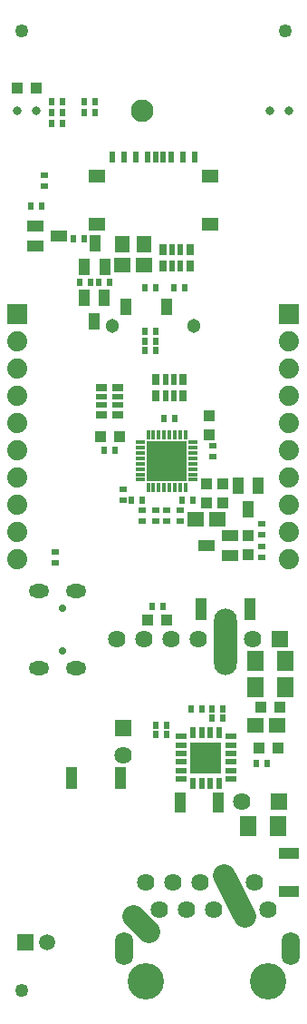
<source format=gbr>
G04 #@! TF.GenerationSoftware,KiCad,Pcbnew,5.99.0-unknown-d20d310~100~ubuntu18.04.1*
G04 #@! TF.CreationDate,2019-12-17T13:26:06+02:00*
G04 #@! TF.ProjectId,ESP32-PoE-ISO_Rev_D,45535033-322d-4506-9f45-2d49534f5f52,D*
G04 #@! TF.SameCoordinates,Original*
G04 #@! TF.FileFunction,Soldermask,Bot*
G04 #@! TF.FilePolarity,Negative*
%FSLAX46Y46*%
G04 Gerber Fmt 4.6, Leading zero omitted, Abs format (unit mm)*
G04 Created by KiCad (PCBNEW 5.99.0-unknown-d20d310~100~ubuntu18.04.1) date 2019-12-17 13:26:06*
%MOMM*%
%LPD*%
G04 APERTURE LIST*
%ADD10R,1.117600X1.117600*%
%ADD11R,0.601600X0.651600*%
%ADD12C,2.101600*%
%ADD13C,0.801600*%
%ADD14C,3.401601*%
%ADD15O,1.701600X3.101599*%
%ADD16C,1.625600*%
%ADD17R,1.117600X2.133600*%
%ADD18R,1.625600X1.625600*%
%ADD19R,1.501600X1.501600*%
%ADD20C,1.501600*%
%ADD21R,0.501600X1.101600*%
%ADD22R,1.101600X0.501600*%
%ADD23R,2.901599X2.901599*%
%ADD24R,0.651600X0.601600*%
%ADD25C,2.133600*%
%ADD26R,1.371600X1.625600*%
%ADD27C,1.254000*%
%ADD28R,1.625600X1.879600*%
%ADD29R,1.501600X1.101600*%
%ADD30C,1.879600*%
%ADD31R,1.879600X1.879600*%
%ADD32R,1.101600X1.501600*%
%ADD33R,1.625600X1.371600*%
%ADD34R,1.879600X1.117600*%
%ADD35R,0.601600X1.101600*%
%ADD36R,1.601600X1.301600*%
%ADD37R,0.482600X1.117600*%
%ADD38R,0.736600X1.117600*%
%ADD39R,3.701600X3.701600*%
%ADD40R,0.501600X0.501600*%
%ADD41R,1.524000X1.524000*%
%ADD42R,0.351600X0.901600*%
%ADD43R,0.901600X0.351600*%
%ADD44R,1.117600X1.879600*%
%ADD45O,2.133600X6.197600*%
%ADD46C,1.301600*%
%ADD47R,1.117600X0.482600*%
%ADD48R,1.117600X0.736600*%
%ADD49C,0.701600*%
%ADD50O,1.901600X1.301600*%
G04 APERTURE END LIST*
D10*
X91440000Y-102108000D03*
X93218000Y-102108000D03*
D11*
X97663000Y-103378000D03*
X98679000Y-103378000D03*
D12*
X103140000Y-104235000D03*
D13*
X115059000Y-104267000D03*
X116859000Y-104267000D03*
X91421000Y-104267000D03*
X93221000Y-104267000D03*
D14*
X114915000Y-185443000D03*
X103485000Y-185443000D03*
D15*
X117000000Y-182393000D03*
X101400000Y-182393000D03*
D16*
X114915000Y-178793000D03*
X113645000Y-176253000D03*
X109835000Y-178793000D03*
X108565000Y-176253000D03*
X107295000Y-178793000D03*
X106025000Y-176253000D03*
X104755000Y-178793000D03*
X103485000Y-176253000D03*
D17*
X101092000Y-166497000D03*
X96520000Y-166497000D03*
X113157000Y-150749000D03*
X108585000Y-150749000D03*
D16*
X113411000Y-153543000D03*
D18*
X115951000Y-153543000D03*
D16*
X108331000Y-153543000D03*
X105791000Y-153543000D03*
X100711000Y-153543000D03*
X103251000Y-153543000D03*
D19*
X92209620Y-181759860D03*
D20*
X94221300Y-181757320D03*
D21*
X107877000Y-162242000D03*
X108677000Y-162242000D03*
X109477000Y-162242000D03*
X110277000Y-162242000D03*
D22*
X111427000Y-162592000D03*
X111427000Y-163392000D03*
X111427000Y-164192000D03*
X111427000Y-164992000D03*
X111427000Y-165792000D03*
X111427000Y-166592000D03*
D21*
X110277000Y-166942000D03*
X109477000Y-166942000D03*
X108677000Y-166942000D03*
X107877000Y-166942000D03*
D22*
X106727000Y-166592000D03*
X106727000Y-165792000D03*
X106727000Y-164992000D03*
X106727000Y-164192000D03*
X106727000Y-163392000D03*
X106727000Y-162592000D03*
D23*
X109077000Y-164592000D03*
D16*
X112423000Y-168656000D03*
D18*
X115923000Y-168656000D03*
D16*
X101346000Y-164318000D03*
D18*
X101346000Y-161818000D03*
D24*
X94996000Y-145415000D03*
X94996000Y-146431000D03*
D25*
X102253180Y-179380280D02*
X103690020Y-180817120D01*
D11*
X94615000Y-104394000D03*
X95631000Y-104394000D03*
X94615000Y-103378000D03*
X95631000Y-103378000D03*
X95631000Y-105410000D03*
X94615000Y-105410000D03*
X110617000Y-160020000D03*
X109601000Y-160020000D03*
D10*
X105410000Y-151765000D03*
X103632000Y-151765000D03*
D24*
X114300000Y-142748000D03*
X114300000Y-143764000D03*
D10*
X113030000Y-143891000D03*
X113030000Y-145669000D03*
D11*
X110617000Y-160909000D03*
X109601000Y-160909000D03*
D26*
X103251000Y-116713000D03*
X101219000Y-116713000D03*
D27*
X91821000Y-186309000D03*
X116459000Y-96774000D03*
X91821000Y-96774000D03*
D10*
X114173000Y-159893000D03*
X115951000Y-159893000D03*
D28*
X113665000Y-155575000D03*
X116459000Y-155575000D03*
X113665000Y-157988000D03*
X116459000Y-157988000D03*
D11*
X106172000Y-132969000D03*
X105156000Y-132969000D03*
X99568000Y-135890000D03*
X100584000Y-135890000D03*
D24*
X101346000Y-139573000D03*
X101346000Y-140589000D03*
D11*
X107823000Y-140589000D03*
X106807000Y-140589000D03*
X93726000Y-113157000D03*
X92710000Y-113157000D03*
X104394000Y-161544000D03*
X105410000Y-161544000D03*
X105410000Y-162433000D03*
X104394000Y-162433000D03*
D24*
X93980000Y-111252000D03*
X93980000Y-110236000D03*
D11*
X104394000Y-126619000D03*
X103378000Y-126619000D03*
X104394000Y-124841000D03*
X103378000Y-124841000D03*
X104394000Y-120777000D03*
X103378000Y-120777000D03*
X113792000Y-165100000D03*
X114808000Y-165100000D03*
X107696000Y-160020000D03*
X108712000Y-160020000D03*
X104394000Y-125730000D03*
X103378000Y-125730000D03*
X102108000Y-140589000D03*
X103124000Y-140589000D03*
D24*
X109728000Y-136525000D03*
X109728000Y-135509000D03*
X105410000Y-141478000D03*
X105410000Y-142494000D03*
X106680000Y-142494000D03*
X106680000Y-141478000D03*
X103124000Y-142494000D03*
X103124000Y-141478000D03*
X104394000Y-142494000D03*
X104394000Y-141478000D03*
X114300000Y-145923000D03*
X114300000Y-144907000D03*
D11*
X105029000Y-150495000D03*
X104013000Y-150495000D03*
X96647000Y-116205000D03*
X97663000Y-116205000D03*
D29*
X111343440Y-143830040D03*
X111343440Y-145732500D03*
X109133640Y-144777460D03*
D30*
X116840000Y-146080000D03*
X116840000Y-143540000D03*
X116840000Y-138460000D03*
X116840000Y-141000000D03*
X116840000Y-135920000D03*
X116840000Y-133380000D03*
D31*
X116840000Y-123220000D03*
D30*
X116840000Y-125760000D03*
X116840000Y-128300000D03*
X116840000Y-130840000D03*
X91440000Y-130840000D03*
X91440000Y-128300000D03*
X91440000Y-125760000D03*
D31*
X91440000Y-123220000D03*
D30*
X91440000Y-133380000D03*
X91440000Y-135920000D03*
X91440000Y-141000000D03*
X91440000Y-138460000D03*
X91440000Y-143540000D03*
X91440000Y-146080000D03*
D32*
X99628960Y-118836440D03*
X97726500Y-118836440D03*
X98681540Y-116626640D03*
D33*
X101219000Y-118618000D03*
X103251000Y-118618000D03*
D28*
X115824000Y-170942000D03*
X113030000Y-170942000D03*
D34*
X116840000Y-177038000D03*
X116840000Y-173482000D03*
D35*
X100290000Y-108587000D03*
X101390000Y-108587000D03*
X102490000Y-108587000D03*
X103590000Y-108587000D03*
X104340000Y-108587000D03*
X105040000Y-108587000D03*
X105790000Y-108587000D03*
X106890000Y-108587000D03*
X107990000Y-108587000D03*
D36*
X109440000Y-110337000D03*
X98840000Y-110337000D03*
X109440000Y-114787000D03*
X98840000Y-114787000D03*
D33*
X115697000Y-161544000D03*
X113665000Y-161544000D03*
D10*
X109347000Y-134493000D03*
X109347000Y-132715000D03*
X99187000Y-134620000D03*
X100965000Y-134620000D03*
X109093000Y-140843000D03*
X109093000Y-139065000D03*
X110617000Y-140843000D03*
X110617000Y-139065000D03*
D37*
X106045000Y-129286000D03*
X105283000Y-129286000D03*
X106045000Y-130810000D03*
X105283000Y-130810000D03*
D38*
X106934000Y-129286000D03*
X106934000Y-130810000D03*
X104394000Y-129286000D03*
X104394000Y-130810000D03*
D32*
X97663000Y-121666000D03*
X99565460Y-121666000D03*
X98610420Y-123875800D03*
D33*
X110109000Y-142367000D03*
X108077000Y-142367000D03*
D11*
X98679000Y-104394000D03*
X97663000Y-104394000D03*
D32*
X105405000Y-122555000D03*
X101605000Y-122555000D03*
D11*
X106045000Y-120777000D03*
X107061000Y-120777000D03*
D39*
X105410000Y-136906000D03*
D40*
X106710000Y-137406000D03*
X106710000Y-136406000D03*
X105910000Y-135606000D03*
X104910000Y-135606000D03*
X104110000Y-136406000D03*
X104110000Y-137406000D03*
X104910000Y-138206000D03*
X105910000Y-138206000D03*
D41*
X105410000Y-136906000D03*
D42*
X103660000Y-139356000D03*
X104160000Y-139356000D03*
X104660000Y-139356000D03*
X105160000Y-139356000D03*
X105660000Y-139356000D03*
X106160000Y-139356000D03*
X106660000Y-139356000D03*
X107160000Y-139356000D03*
D43*
X107860000Y-138656000D03*
X107860000Y-138156000D03*
X107860000Y-137656000D03*
X107860000Y-137156000D03*
X107860000Y-136656000D03*
X107860000Y-136156000D03*
X107860000Y-135656000D03*
X107860000Y-135156000D03*
D42*
X107160000Y-134456000D03*
X106660000Y-134456000D03*
X106160000Y-134456000D03*
X105660000Y-134456000D03*
X105160000Y-134456000D03*
X104660000Y-134456000D03*
X104160000Y-134456000D03*
X103660000Y-134456000D03*
D43*
X102960000Y-135156000D03*
X102960000Y-135656000D03*
X102960000Y-136156000D03*
X102960000Y-136656000D03*
X102960000Y-137156000D03*
X102960000Y-137656000D03*
X102960000Y-138156000D03*
X102960000Y-138656000D03*
D11*
X100076000Y-120269000D03*
X99060000Y-120269000D03*
X98298000Y-120269000D03*
X97282000Y-120269000D03*
D10*
X115824000Y-163703000D03*
X114046000Y-163703000D03*
D29*
X95334000Y-115951000D03*
X93134000Y-115001000D03*
X93134000Y-116901000D03*
D32*
X113027460Y-141437360D03*
X113982500Y-139227560D03*
X112080040Y-139227560D03*
D38*
X105029000Y-118745000D03*
X105029000Y-117221000D03*
X107569000Y-118745000D03*
X107569000Y-117221000D03*
D37*
X105918000Y-118745000D03*
X106680000Y-118745000D03*
X105918000Y-117221000D03*
X106680000Y-117221000D03*
D44*
X106680000Y-168783000D03*
X110236000Y-168783000D03*
D45*
X110871000Y-153733500D03*
D25*
X110716335Y-175495317D02*
X112676665Y-179342683D01*
D46*
X107950000Y-124333000D03*
X100330000Y-124333000D03*
D47*
X99314000Y-130937000D03*
X99314000Y-131699000D03*
X100838000Y-130937000D03*
X100838000Y-131699000D03*
D48*
X99314000Y-130048000D03*
X100838000Y-130048000D03*
X99314000Y-132588000D03*
X100838000Y-132588000D03*
D49*
X95626000Y-150654000D03*
X95626000Y-154654000D03*
D50*
X93476000Y-149054000D03*
X96946000Y-149054000D03*
X96946000Y-156254000D03*
X93476000Y-156254000D03*
M02*

</source>
